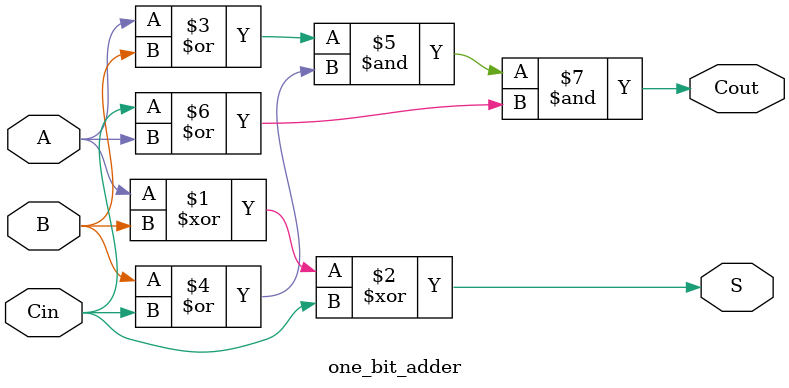
<source format=v>
module one_bit_adder (
    output Cout, 
    output S,
    input A, 
    input B, 
    input Cin
);

    assign S = (A ^ B ^ Cin);
    assign Cout = (A|B) & (B|Cin) & (Cin|A);

endmodule
</source>
